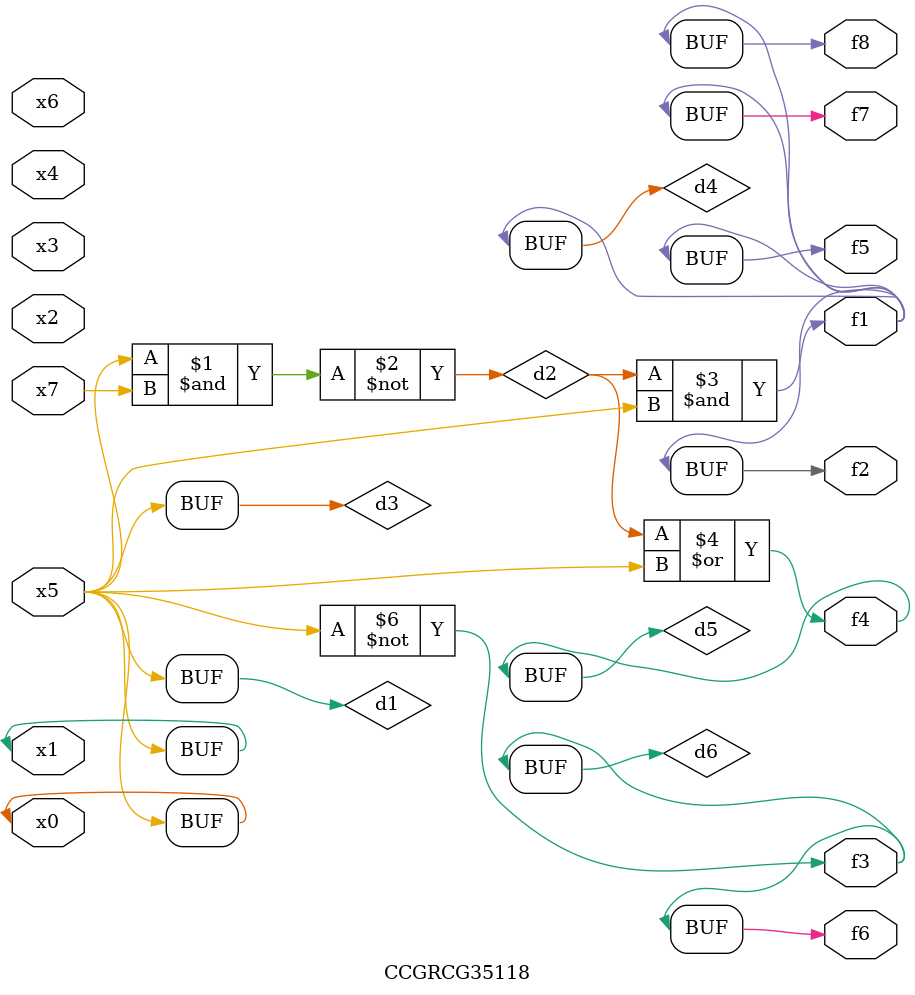
<source format=v>
module CCGRCG35118(
	input x0, x1, x2, x3, x4, x5, x6, x7,
	output f1, f2, f3, f4, f5, f6, f7, f8
);

	wire d1, d2, d3, d4, d5, d6;

	buf (d1, x0, x5);
	nand (d2, x5, x7);
	buf (d3, x0, x1);
	and (d4, d2, d3);
	or (d5, d2, d3);
	nor (d6, d1, d3);
	assign f1 = d4;
	assign f2 = d4;
	assign f3 = d6;
	assign f4 = d5;
	assign f5 = d4;
	assign f6 = d6;
	assign f7 = d4;
	assign f8 = d4;
endmodule

</source>
